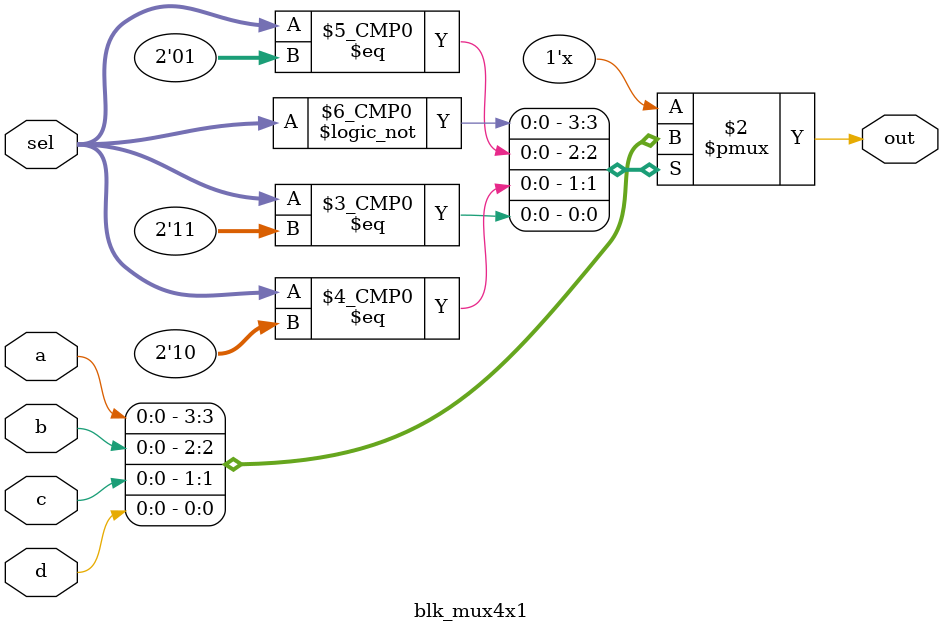
<source format=sv>
`timescale 1ns / 1ps

module blk_mux4x1(
    //outputs
    output logic        out,
    input  logic        a,
                        b,
                        c,
                        d,
    //inputs
    input  logic [1:0]  sel
    );
    always_comb 
    begin
        case(sel)
            2'b00: out = a;
            2'b01: out = b;
            2'b10: out = c;
            2'b11: out = d;
            default: out = 1'bx;
        endcase
    end
endmodule

</source>
